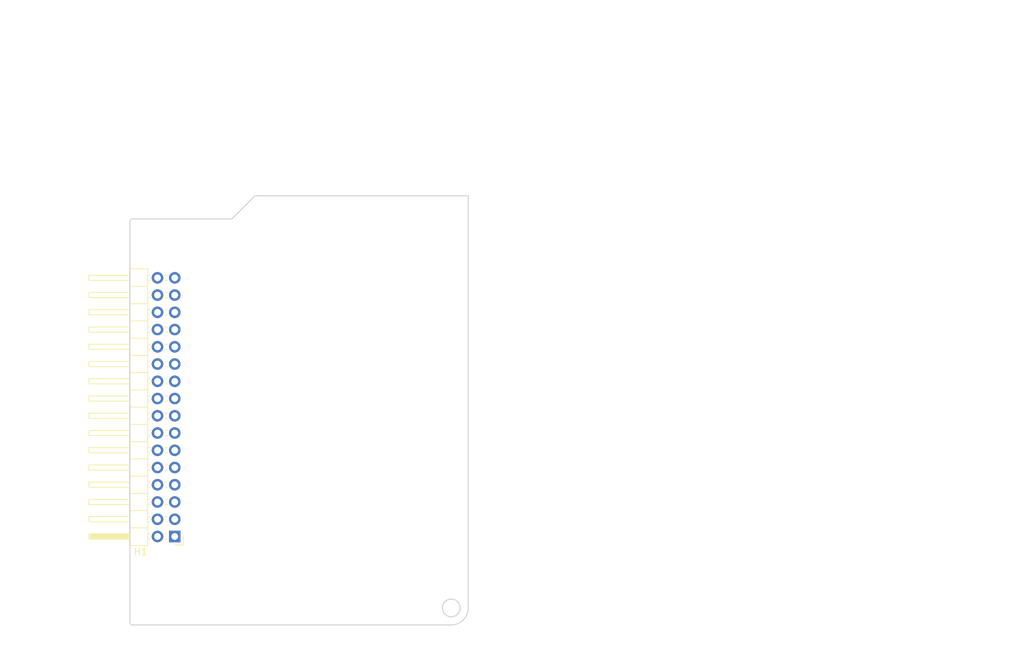
<source format=kicad_pcb>
(kicad_pcb (version 20240108) (generator "pcbnew") (generator_version "8.0")
  (layers (0 "F.Cu" signal) (31 "B.Cu" signal) (34 "B.Paste" user) (35 "F.Paste" user) (36 "B.SilkS" user "B.Silkscreen") (37 "F.SilkS" user "F.Silkscreen") (38 "B.Mask" user) (39 "F.Mask" user) (44 "Edge.Cuts" user))
  (net 0 "")
  (net 27 "Net-(H1-GPIO_21)")
  (footprint "Connector_PinHeader_2.54mm:PinHeader_2x16_P2.54mm_Horizontal" (layer "F.Cu") (at 131.8 121.975 180)
    (property "Reference" "H1" (at 5.025 -2.25 180) (layer "F.SilkS"))
    (property "Value" "PinHeader_2x16_P2.54mm_Horizontal")
    (fp_line (start 12.64 38.48) (end 6.64 38.48) (stroke (width 0.12)) (layer "F.SilkS"))
    (fp_line (start 12.64 37.72) (end 12.64 38.48) (stroke (width 0.12)) (layer "F.SilkS"))
    (fp_line (start 12.64 35.94) (end 6.64 35.94) (stroke (width 0.12)) (layer "F.SilkS"))
    (fp_line (start 12.64 35.18) (end 12.64 35.94) (stroke (width 0.12)) (layer "F.SilkS"))
    (fp_line (start 12.64 33.4) (end 6.64 33.4) (stroke (width 0.12)) (layer "F.SilkS"))
    (fp_line (start 12.64 32.64) (end 12.64 33.4) (stroke (width 0.12)) (layer "F.SilkS"))
    (fp_line (start 12.64 30.86) (end 6.64 30.86) (stroke (width 0.12)) (layer "F.SilkS"))
    (fp_line (start 12.64 30.1) (end 12.64 30.86) (stroke (width 0.12)) (layer "F.SilkS"))
    (fp_line (start 12.64 28.32) (end 6.64 28.32) (stroke (width 0.12)) (layer "F.SilkS"))
    (fp_line (start 12.64 27.56) (end 12.64 28.32) (stroke (width 0.12)) (layer "F.SilkS"))
    (fp_line (start 12.64 25.78) (end 6.64 25.78) (stroke (width 0.12)) (layer "F.SilkS"))
    (fp_line (start 12.64 25.02) (end 12.64 25.78) (stroke (width 0.12)) (layer "F.SilkS"))
    (fp_line (start 12.64 23.24) (end 6.64 23.24) (stroke (width 0.12)) (layer "F.SilkS"))
    (fp_line (start 12.64 22.48) (end 12.64 23.24) (stroke (width 0.12)) (layer "F.SilkS"))
    (fp_line (start 12.64 20.7) (end 6.64 20.7) (stroke (width 0.12)) (layer "F.SilkS"))
    (fp_line (start 12.64 19.94) (end 12.64 20.7) (stroke (width 0.12)) (layer "F.SilkS"))
    (fp_line (start 12.64 18.16) (end 6.64 18.16) (stroke (width 0.12)) (layer "F.SilkS"))
    (fp_line (start 12.64 17.4) (end 12.64 18.16) (stroke (width 0.12)) (layer "F.SilkS"))
    (fp_line (start 12.64 15.62) (end 6.64 15.62) (stroke (width 0.12)) (layer "F.SilkS"))
    (fp_line (start 12.64 14.86) (end 12.64 15.62) (stroke (width 0.12)) (layer "F.SilkS"))
    (fp_line (start 12.64 13.08) (end 6.64 13.08) (stroke (width 0.12)) (layer "F.SilkS"))
    (fp_line (start 12.64 12.32) (end 12.64 13.08) (stroke (width 0.12)) (layer "F.SilkS"))
    (fp_line (start 12.64 10.54) (end 6.64 10.54) (stroke (width 0.12)) (layer "F.SilkS"))
    (fp_line (start 12.64 9.78) (end 12.64 10.54) (stroke (width 0.12)) (layer "F.SilkS"))
    (fp_line (start 12.64 8) (end 6.64 8) (stroke (width 0.12)) (layer "F.SilkS"))
    (fp_line (start 12.64 7.24) (end 12.64 8) (stroke (width 0.12)) (layer "F.SilkS"))
    (fp_line (start 12.64 5.46) (end 6.64 5.46) (stroke (width 0.12)) (layer "F.SilkS"))
    (fp_line (start 12.64 4.7) (end 12.64 5.46) (stroke (width 0.12)) (layer "F.SilkS"))
    (fp_line (start 12.64 2.92) (end 6.64 2.92) (stroke (width 0.12)) (layer "F.SilkS"))
    (fp_line (start 12.64 2.16) (end 12.64 2.92) (stroke (width 0.12)) (layer "F.SilkS"))
    (fp_line (start 12.64 0.38) (end 6.64 0.38) (stroke (width 0.12)) (layer "F.SilkS"))
    (fp_line (start 12.64 -0.38) (end 12.64 0.38) (stroke (width 0.12)) (layer "F.SilkS"))
    (fp_line (start 6.64 39.43) (end 6.64 -1.33) (stroke (width 0.12)) (layer "F.SilkS"))
    (fp_line (start 6.64 37.72) (end 12.64 37.72) (stroke (width 0.12)) (layer "F.SilkS"))
    (fp_line (start 6.64 35.18) (end 12.64 35.18) (stroke (width 0.12)) (layer "F.SilkS"))
    (fp_line (start 6.64 32.64) (end 12.64 32.64) (stroke (width 0.12)) (layer "F.SilkS"))
    (fp_line (start 6.64 30.1) (end 12.64 30.1) (stroke (width 0.12)) (layer "F.SilkS"))
    (fp_line (start 6.64 27.56) (end 12.64 27.56) (stroke (width 0.12)) (layer "F.SilkS"))
    (fp_line (start 6.64 25.02) (end 12.64 25.02) (stroke (width 0.12)) (layer "F.SilkS"))
    (fp_line (start 6.64 22.48) (end 12.64 22.48) (stroke (width 0.12)) (layer "F.SilkS"))
    (fp_line (start 6.64 19.94) (end 12.64 19.94) (stroke (width 0.12)) (layer "F.SilkS"))
    (fp_line (start 6.64 17.4) (end 12.64 17.4) (stroke (width 0.12)) (layer "F.SilkS"))
    (fp_line (start 6.64 14.86) (end 12.64 14.86) (stroke (width 0.12)) (layer "F.SilkS"))
    (fp_line (start 6.64 12.32) (end 12.64 12.32) (stroke (width 0.12)) (layer "F.SilkS"))
    (fp_line (start 6.64 9.78) (end 12.64 9.78) (stroke (width 0.12)) (layer "F.SilkS"))
    (fp_line (start 6.64 7.24) (end 12.64 7.24) (stroke (width 0.12)) (layer "F.SilkS"))
    (fp_line (start 6.64 4.7) (end 12.64 4.7) (stroke (width 0.12)) (layer "F.SilkS"))
    (fp_line (start 6.64 2.16) (end 12.64 2.16) (stroke (width 0.12)) (layer "F.SilkS"))
    (fp_line (start 6.64 0.28) (end 12.64 0.28) (stroke (width 0.12)) (layer "F.SilkS"))
    (fp_line (start 6.64 0.16) (end 12.64 0.16) (stroke (width 0.12)) (layer "F.SilkS"))
    (fp_line (start 6.64 0.04) (end 12.64 0.04) (stroke (width 0.12)) (layer "F.SilkS"))
    (fp_line (start 6.64 -0.08) (end 12.64 -0.08) (stroke (width 0.12)) (layer "F.SilkS"))
    (fp_line (start 6.64 -0.2) (end 12.64 -0.2) (stroke (width 0.12)) (layer "F.SilkS"))
    (fp_line (start 6.64 -0.32) (end 12.64 -0.32) (stroke (width 0.12)) (layer "F.SilkS"))
    (fp_line (start 6.64 -0.38) (end 12.64 -0.38) (stroke (width 0.12)) (layer "F.SilkS"))
    (fp_line (start 6.64 -1.33) (end 3.98 -1.33) (stroke (width 0.12)) (layer "F.SilkS"))
    (fp_line (start 3.98 39.43) (end 6.64 39.43) (stroke (width 0.12)) (layer "F.SilkS"))
    (fp_line (start 3.98 36.83) (end 6.64 36.83) (stroke (width 0.12)) (layer "F.SilkS"))
    (fp_line (start 3.98 34.29) (end 6.64 34.29) (stroke (width 0.12)) (layer "F.SilkS"))
    (fp_line (start 3.98 31.75) (end 6.64 31.75) (stroke (width 0.12)) (layer "F.SilkS"))
    (fp_line (start 3.98 29.21) (end 6.64 29.21) (stroke (width 0.12)) (layer "F.SilkS"))
    (fp_line (start 3.98 26.67) (end 6.64 26.67) (stroke (width 0.12)) (layer "F.SilkS"))
    (fp_line (start 3.98 24.13) (end 6.64 24.13) (stroke (width 0.12)) (layer "F.SilkS"))
    (fp_line (start 3.98 21.59) (end 6.64 21.59) (stroke (width 0.12)) (layer "F.SilkS"))
    (fp_line (start 3.98 19.05) (end 6.64 19.05) (stroke (width 0.12)) (layer "F.SilkS"))
    (fp_line (start 3.98 16.51) (end 6.64 16.51) (stroke (width 0.12)) (layer "F.SilkS"))
    (fp_line (start 3.98 13.97) (end 6.64 13.97) (stroke (width 0.12)) (layer "F.SilkS"))
    (fp_line (start 3.98 11.43) (end 6.64 11.43) (stroke (width 0.12)) (layer "F.SilkS"))
    (fp_line (start 3.98 8.89) (end 6.64 8.89) (stroke (width 0.12)) (layer "F.SilkS"))
    (fp_line (start 3.98 6.35) (end 6.64 6.35) (stroke (width 0.12)) (layer "F.SilkS"))
    (fp_line (start 3.98 3.81) (end 6.64 3.81) (stroke (width 0.12)) (layer "F.SilkS"))
    (fp_line (start 3.98 1.27) (end 6.64 1.27) (stroke (width 0.12)) (layer "F.SilkS"))
    (fp_line (start 3.98 -1.33) (end 3.98 39.43) (stroke (width 0.12)) (layer "F.SilkS"))
    (fp_line (start 3.582929 38.48) (end 3.98 38.48) (stroke (width 0.12)) (layer "F.SilkS"))
    (fp_line (start 3.582929 37.72) (end 3.98 37.72) (stroke (width 0.12)) (layer "F.SilkS"))
    (fp_line (start 3.582929 35.94) (end 3.98 35.94) (stroke (width 0.12)) (layer "F.SilkS"))
    (fp_line (start 3.582929 35.18) (end 3.98 35.18) (stroke (width 0.12)) (layer "F.SilkS"))
    (fp_line (start 3.582929 33.4) (end 3.98 33.4) (stroke (width 0.12)) (layer "F.SilkS"))
    (fp_line (start 3.582929 32.64) (end 3.98 32.64) (stroke (width 0.12)) (layer "F.SilkS"))
    (fp_line (start 3.582929 30.86) (end 3.98 30.86) (stroke (width 0.12)) (layer "F.SilkS"))
    (fp_line (start 3.582929 30.1) (end 3.98 30.1) (stroke (width 0.12)) (layer "F.SilkS"))
    (fp_line (start 3.582929 28.32) (end 3.98 28.32) (stroke (width 0.12)) (layer "F.SilkS"))
    (fp_line (start 3.582929 27.56) (end 3.98 27.56) (stroke (width 0.12)) (layer "F.SilkS"))
    (fp_line (start 3.582929 25.78) (end 3.98 25.78) (stroke (width 0.12)) (layer "F.SilkS"))
    (fp_line (start 3.582929 25.02) (end 3.98 25.02) (stroke (width 0.12)) (layer "F.SilkS"))
    (fp_line (start 3.582929 23.24) (end 3.98 23.24) (stroke (width 0.12)) (layer "F.SilkS"))
    (fp_line (start 3.582929 22.48) (end 3.98 22.48) (stroke (width 0.12)) (layer "F.SilkS"))
    (fp_line (start 3.582929 20.7) (end 3.98 20.7) (stroke (width 0.12)) (layer "F.SilkS"))
    (fp_line (start 3.582929 19.94) (end 3.98 19.94) (stroke (width 0.12)) (layer "F.SilkS"))
    (fp_line (start 3.582929 18.16) (end 3.98 18.16) (stroke (width 0.12)) (layer "F.SilkS"))
    (fp_line (start 3.582929 17.4) (end 3.98 17.4) (stroke (width 0.12)) (layer "F.SilkS"))
    (fp_line (start 3.582929 15.62) (end 3.98 15.62) (stroke (width 0.12)) (layer "F.SilkS"))
    (fp_line (start 3.582929 14.86) (end 3.98 14.86) (stroke (width 0.12)) (layer "F.SilkS"))
    (fp_line (start 3.582929 13.08) (end 3.98 13.08) (stroke (width 0.12)) (layer "F.SilkS"))
    (fp_line (start 3.582929 12.32) (end 3.98 12.32) (stroke (width 0.12)) (layer "F.SilkS"))
    (fp_line (start 3.582929 10.54) (end 3.98 10.54) (stroke (width 0.12)) (layer "F.SilkS"))
    (fp_line (start 3.582929 9.78) (end 3.98 9.78) (stroke (width 0.12)) (layer "F.SilkS"))
    (fp_line (start 3.582929 8) (end 3.98 8) (stroke (width 0.12)) (layer "F.SilkS"))
    (fp_line (start 3.582929 7.24) (end 3.98 7.24) (stroke (width 0.12)) (layer "F.SilkS"))
    (fp_line (start 3.582929 5.46) (end 3.98 5.46) (stroke (width 0.12)) (layer "F.SilkS"))
    (fp_line (start 3.582929 4.7) (end 3.98 4.7) (stroke (width 0.12)) (layer "F.SilkS"))
    (fp_line (start 3.582929 2.92) (end 3.98 2.92) (stroke (width 0.12)) (layer "F.SilkS"))
    (fp_line (start 3.582929 2.16) (end 3.98 2.16) (stroke (width 0.12)) (layer "F.SilkS"))
    (fp_line (start 3.582929 0.38) (end 3.98 0.38) (stroke (width 0.12)) (layer "F.SilkS"))
    (fp_line (start 3.582929 -0.38) (end 3.98 -0.38) (stroke (width 0.12)) (layer "F.SilkS"))
    (fp_line (start 1.11 0.38) (end 1.497071 0.38) (stroke (width 0.12)) (layer "F.SilkS"))
    (fp_line (start 1.11 -0.38) (end 1.497071 -0.38) (stroke (width 0.12)) (layer "F.SilkS"))
    (fp_line (start 1.042929 38.48) (end 1.497071 38.48) (stroke (width 0.12)) (layer "F.SilkS"))
    (fp_line (start 1.042929 37.72) (end 1.497071 37.72) (stroke (width 0.12)) (layer "F.SilkS"))
    (fp_line (start 1.042929 35.94) (end 1.497071 35.94) (stroke (width 0.12)) (layer "F.SilkS"))
    (fp_line (start 1.042929 35.18) (end 1.497071 35.18) (stroke (width 0.12)) (layer "F.SilkS"))
    (fp_line (start 1.042929 33.4) (end 1.497071 33.4) (stroke (width 0.12)) (layer "F.SilkS"))
    (fp_line (start 1.042929 32.64) (end 1.497071 32.64) (stroke (width 0.12)) (layer "F.SilkS"))
    (fp_line (start 1.042929 30.86) (end 1.497071 30.86) (stroke (width 0.12)) (layer "F.SilkS"))
    (fp_line (start 1.042929 30.1) (end 1.497071 30.1) (stroke (width 0.12)) (layer "F.SilkS"))
    (fp_line (start 1.042929 28.32) (end 1.497071 28.32) (stroke (width 0.12)) (layer "F.SilkS"))
    (fp_line (start 1.042929 27.56) (end 1.497071 27.56) (stroke (width 0.12)) (layer "F.SilkS"))
    (fp_line (start 1.042929 25.78) (end 1.497071 25.78) (stroke (width 0.12)) (layer "F.SilkS"))
    (fp_line (start 1.042929 25.02) (end 1.497071 25.02) (stroke (width 0.12)) (layer "F.SilkS"))
    (fp_line (start 1.042929 23.24) (end 1.497071 23.24) (stroke (width 0.12)) (layer "F.SilkS"))
    (fp_line (start 1.042929 22.48) (end 1.497071 22.48) (stroke (width 0.12)) (layer "F.SilkS"))
    (fp_line (start 1.042929 20.7) (end 1.497071 20.7) (stroke (width 0.12)) (layer "F.SilkS"))
    (fp_line (start 1.042929 19.94) (end 1.497071 19.94) (stroke (width 0.12)) (layer "F.SilkS"))
    (fp_line (start 1.042929 18.16) (end 1.497071 18.16) (stroke (width 0.12)) (layer "F.SilkS"))
    (fp_line (start 1.042929 17.4) (end 1.497071 17.4) (stroke (width 0.12)) (layer "F.SilkS"))
    (fp_line (start 1.042929 15.62) (end 1.497071 15.62) (stroke (width 0.12)) (layer "F.SilkS"))
    (fp_line (start 1.042929 14.86) (end 1.497071 14.86) (stroke (width 0.12)) (layer "F.SilkS"))
    (fp_line (start 1.042929 13.08) (end 1.497071 13.08) (stroke (width 0.12)) (layer "F.SilkS"))
    (fp_line (start 1.042929 12.32) (end 1.497071 12.32) (stroke (width 0.12)) (layer "F.SilkS"))
    (fp_line (start 1.042929 10.54) (end 1.497071 10.54) (stroke (width 0.12)) (layer "F.SilkS"))
    (fp_line (start 1.042929 9.78) (end 1.497071 9.78) (stroke (width 0.12)) (layer "F.SilkS"))
    (fp_line (start 1.042929 8) (end 1.497071 8) (stroke (width 0.12)) (layer "F.SilkS"))
    (fp_line (start 1.042929 7.24) (end 1.497071 7.24) (stroke (width 0.12)) (layer "F.SilkS"))
    (fp_line (start 1.042929 5.46) (end 1.497071 5.46) (stroke (width 0.12)) (layer "F.SilkS"))
    (fp_line (start 1.042929 4.7) (end 1.497071 4.7) (stroke (width 0.12)) (layer "F.SilkS"))
    (fp_line (start 1.042929 2.92) (end 1.497071 2.92) (stroke (width 0.12)) (layer "F.SilkS"))
    (fp_line (start 1.042929 2.16) (end 1.497071 2.16) (stroke (width 0.12)) (layer "F.SilkS"))
    (fp_line (start -1.27 0) (end -1.27 -1.27) (stroke (width 0.12)) (layer "F.SilkS"))
    (fp_line (start -1.27 -1.27) (end 0 -1.27) (stroke (width 0.12)) (layer "F.SilkS"))
    (pad "1" thru_hole rect (at 0 0 180) (size 1.7 1.7) (drill 1) (layers "*.Cu" "*.Mask"))
    (pad "2" thru_hole oval (at 2.54 0 180) (size 1.7 1.7) (drill 1) (layers "*.Cu" "*.Mask") (net 27 "Net-(H1-GPIO_21)"))
    (pad "3" thru_hole oval (at 0 2.54 180) (size 1.7 1.7) (drill 1) (layers "*.Cu" "*.Mask"))
    (pad "4" thru_hole oval (at 2.54 2.54 180) (size 1.7 1.7) (drill 1) (layers "*.Cu" "*.Mask"))
    (pad "5" thru_hole oval (at 0 5.08 180) (size 1.7 1.7) (drill 1) (layers "*.Cu" "*.Mask"))
    (pad "6" thru_hole oval (at 2.54 5.08 180) (size 1.7 1.7) (drill 1) (layers "*.Cu" "*.Mask"))
    (pad "7" thru_hole oval (at 0 7.62 180) (size 1.7 1.7) (drill 1) (layers "*.Cu" "*.Mask"))
    (pad "8" thru_hole oval (at 2.54 7.62 180) (size 1.7 1.7) (drill 1) (layers "*.Cu" "*.Mask"))
    (pad "9" thru_hole oval (at 0 10.16 180) (size 1.7 1.7) (drill 1) (layers "*.Cu" "*.Mask"))
    (pad "10" thru_hole oval (at 2.54 10.16 180) (size 1.7 1.7) (drill 1) (layers "*.Cu" "*.Mask"))
    (pad "11" thru_hole oval (at 0 12.7 180) (size 1.7 1.7) (drill 1) (layers "*.Cu" "*.Mask"))
    (pad "12" thru_hole oval (at 2.54 12.7 180) (size 1.7 1.7) (drill 1) (layers "*.Cu" "*.Mask"))
    (pad "13" thru_hole oval (at 0 15.24 180) (size 1.7 1.7) (drill 1) (layers "*.Cu" "*.Mask"))
    (pad "14" thru_hole oval (at 2.54 15.24 180) (size 1.7 1.7) (drill 1) (layers "*.Cu" "*.Mask"))
    (pad "15" thru_hole oval (at 0 17.78 180) (size 1.7 1.7) (drill 1) (layers "*.Cu" "*.Mask"))
    (pad "16" thru_hole oval (at 2.54 17.78 180) (size 1.7 1.7) (drill 1) (layers "*.Cu" "*.Mask"))
    (pad "17" thru_hole oval (at 0 20.32 180) (size 1.7 1.7) (drill 1) (layers "*.Cu" "*.Mask"))
    (pad "18" thru_hole oval (at 2.54 20.32 180) (size 1.7 1.7) (drill 1) (layers "*.Cu" "*.Mask"))
    (pad "19" thru_hole oval (at 0 22.86 180) (size 1.7 1.7) (drill 1) (layers "*.Cu" "*.Mask"))
    (pad "20" thru_hole oval (at 2.54 22.86 180) (size 1.7 1.7) (drill 1) (layers "*.Cu" "*.Mask"))
    (pad "21" thru_hole oval (at 0 25.4 180) (size 1.7 1.7) (drill 1) (layers "*.Cu" "*.Mask"))
    (pad "22" thru_hole oval (at 2.54 25.4 180) (size 1.7 1.7) (drill 1) (layers "*.Cu" "*.Mask"))
    (pad "23" thru_hole oval (at 0 27.94 180) (size 1.7 1.7) (drill 1) (layers "*.Cu" "*.Mask"))
    (pad "24" thru_hole oval (at 2.54 27.94 180) (size 1.7 1.7) (drill 1) (layers "*.Cu" "*.Mask"))
    (pad "25" thru_hole oval (at 0 30.48 180) (size 1.7 1.7) (drill 1) (layers "*.Cu" "*.Mask"))
    (pad "26" thru_hole oval (at 2.54 30.48 180) (size 1.7 1.7) (drill 1) (layers "*.Cu" "*.Mask"))
    (pad "27" thru_hole oval (at 0 33.02 180) (size 1.7 1.7) (drill 1) (layers "*.Cu" "*.Mask"))
    (pad "28" thru_hole oval (at 2.54 33.02 180) (size 1.7 1.7) (drill 1) (layers "*.Cu" "*.Mask"))
    (pad "29" thru_hole oval (at 0 35.56 180) (size 1.7 1.7) (drill 1) (layers "*.Cu" "*.Mask"))
    (pad "30" thru_hole oval (at 2.54 35.56 180) (size 1.7 1.7) (drill 1) (layers "*.Cu" "*.Mask"))
    (pad "31" thru_hole oval (at 0 38.1 180) (size 1.7 1.7) (drill 1) (layers "*.Cu" "*.Mask"))
    (pad "32" thru_hole oval (at 2.54 38.1 180) (size 1.7 1.7) (drill 1) (layers "*.Cu" "*.Mask"))
  )
  (gr_line (start 143.6 71.8) (end 140.2 75.2) (stroke (width 0.15)) (layer "Edge.Cuts"))
  (gr_circle (center 172.5 132.5) (end 171.8 131.4) (stroke (width 0.15)) (fill none) (layer "Edge.Cuts"))
  (gr_line (start 175 132.5) (end 175 71.8) (stroke (width 0.15)) (layer "Edge.Cuts"))
  (gr_arc (start 125.2 75.575) (mid 125.309835 75.309835) (end 125.575 75.2) (stroke (width 0.15)) (layer "Edge.Cuts"))
  (gr_arc (start 125.575 135) (mid 125.309835 134.890165) (end 125.2 134.625) (stroke (width 0.15)) (layer "Edge.Cuts"))
  (gr_arc (start 175 132.5) (mid 174.267767 134.267767) (end 172.5 135) (stroke (width 0.15)) (layer "Edge.Cuts"))
  (gr_line (start 140.2 75.2) (end 125.575 75.2) (stroke (width 0.15)) (layer "Edge.Cuts"))
  (gr_line (start 125.575 135) (end 172.5 135) (stroke (width 0.15)) (layer "Edge.Cuts"))
  (gr_line (start 125.2 75.575) (end 125.2 134.625) (stroke (width 0.15)) (layer "Edge.Cuts"))
  (gr_line (start 175 71.8) (end 143.6 71.8) (stroke (width 0.15)) (layer "Edge.Cuts"))
)
</source>
